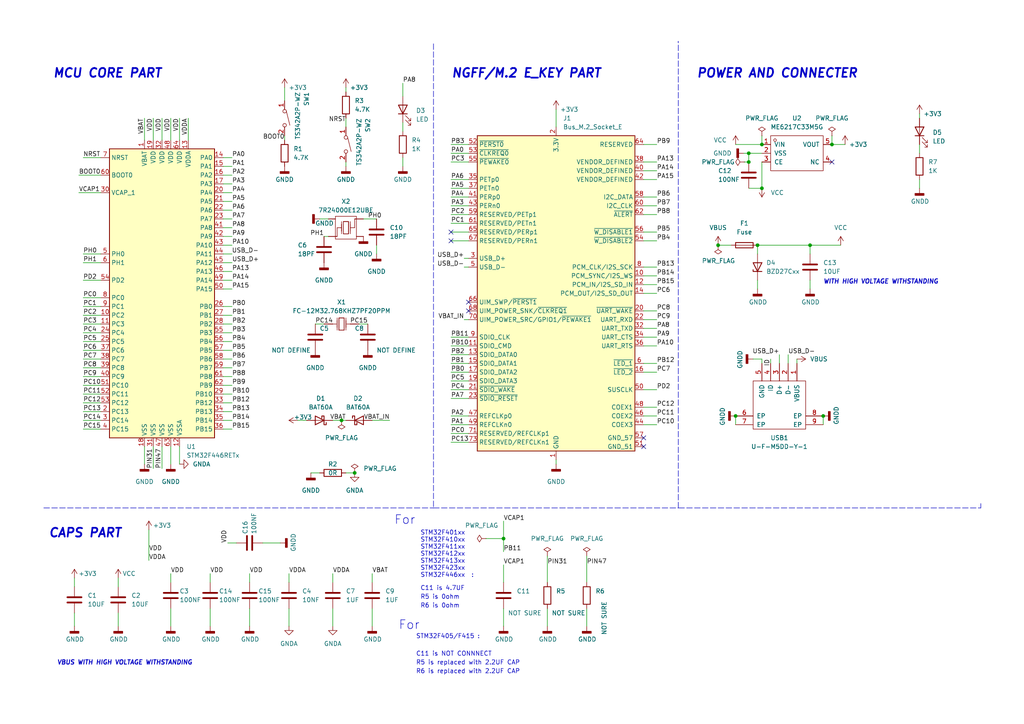
<source format=kicad_sch>
(kicad_sch (version 20211123) (generator eeschema)
  (paper "A4")
  (title_block (title "STM32_M.2_E_KEY_LQFP-64_USB") (date "2022-01-25") (rev "1.0") (company "JSZSZZY"))
  (junction (at 217.17 44.45))
  (junction (at 219.71 71.12))
  (junction (at 208.28 71.12))
  (junction (at 146.05 156.21))
  (junction (at 220.98 41.91))
  (junction (at 234.95 71.12))
  (junction (at 213.36 120.65))
  (junction (at 217.17 46.99))
  (junction (at 220.98 54.61))
  (junction (at 241.3 41.91))
  (junction (at 238.76 120.65))
  (junction (at 102.87 137.16))
  (junction (at 99.06 121.92))
  (no_connect (at 154.94 -30.48))
  (no_connect (at 135.89 87.63))
  (no_connect (at 186.69 127))
  (no_connect (at 186.69 129.54))
  (no_connect (at 135.89 90.17))
  (no_connect (at 130.81 67.31))
  (no_connect (at 241.3 46.99))
  (no_connect (at 130.81 69.85))
  (wire (pts (xy 96.52 121.92) (xy 99.06 121.92)))
  (wire (pts (xy 22.86 55.88) (xy 29.21 55.88)))
  (wire (pts (xy 21.59 167.64) (xy 21.59 170.18)))
  (wire (pts (xy 190.5 46.99) (xy 186.69 46.99)))
  (wire (pts (xy 46.99 34.29) (xy 46.99 40.64)))
  (wire (pts (xy 44.45 34.29) (xy 44.45 40.64)))
  (wire (pts (xy 67.31 63.5) (xy 64.77 63.5)))
  (wire (pts (xy 130.81 105.41) (xy 135.89 105.41)))
  (wire (pts (xy 67.31 106.68) (xy 64.77 106.68)))
  (wire (pts (xy 67.31 50.8) (xy 64.77 50.8)))
  (wire (pts (xy 266.7 33.02) (xy 266.7 34.29)))
  (wire (pts (xy 83.82 181.61) (xy 83.82 176.53)))
  (wire (pts (xy 67.31 68.58) (xy 64.77 68.58)))
  (wire (pts (xy 130.81 69.85) (xy 135.89 69.85)))
  (wire (pts (xy 67.31 58.42) (xy 64.77 58.42)))
  (wire (pts (xy 24.13 88.9) (xy 29.21 88.9)))
  (wire (pts (xy 100.33 48.26) (xy 100.33 46.99)))
  (wire (pts (xy 106.68 93.98) (xy 104.14 93.98)))
  (wire (pts (xy 158.75 161.29) (xy 158.75 168.91)))
  (wire (pts (xy 24.13 99.06) (xy 29.21 99.06)))
  (wire (pts (xy 96.52 181.61) (xy 96.52 176.53)))
  (wire (pts (xy 146.05 151.13) (xy 146.05 156.21)))
  (wire (pts (xy 24.13 124.46) (xy 29.21 124.46)))
  (wire (pts (xy 219.71 73.66) (xy 219.71 71.12)))
  (wire (pts (xy 208.28 71.12) (xy 212.09 71.12)))
  (wire (pts (xy 44.45 135.89) (xy 44.45 129.54)))
  (wire (pts (xy 219.71 71.12) (xy 234.95 71.12)))
  (wire (pts (xy 66.04 157.48) (xy 68.58 157.48)))
  (wire (pts (xy 116.84 48.26) (xy 116.84 45.72)))
  (wire (pts (xy 130.81 41.91) (xy 135.89 41.91)))
  (wire (pts (xy 93.98 68.58) (xy 95.25 68.58)))
  (wire (pts (xy 220.98 39.37) (xy 220.98 41.91)))
  (wire (pts (xy 67.31 48.26) (xy 64.77 48.26)))
  (wire (pts (xy 24.13 73.66) (xy 29.21 73.66)))
  (wire (pts (xy 82.55 25.4) (xy 82.55 29.21)))
  (wire (pts (xy 49.53 129.54) (xy 49.53 134.62)))
  (wire (pts (xy 146.05 156.21) (xy 146.05 160.02)))
  (wire (pts (xy 146.05 163.83) (xy 146.05 168.91)))
  (wire (pts (xy 54.61 34.29) (xy 54.61 40.64)))
  (wire (pts (xy 24.13 101.6) (xy 29.21 101.6)))
  (wire (pts (xy 190.5 92.71) (xy 186.69 92.71)))
  (wire (pts (xy 130.81 67.31) (xy 135.89 67.31)))
  (wire (pts (xy 24.13 121.92) (xy 29.21 121.92)))
  (wire (pts (xy 130.81 123.19) (xy 135.89 123.19)))
  (wire (pts (xy 22.86 50.8) (xy 29.21 50.8)))
  (wire (pts (xy 134.62 77.47) (xy 135.89 77.47)))
  (wire (pts (xy 24.13 93.98) (xy 29.21 93.98)))
  (wire (pts (xy 140.97 156.21) (xy 146.05 156.21)))
  (wire (pts (xy 190.5 120.65) (xy 186.69 120.65)))
  (wire (pts (xy 170.18 181.61) (xy 170.18 176.53)))
  (wire (pts (xy 161.29 134.62) (xy 161.29 133.35)))
  (wire (pts (xy 130.81 120.65) (xy 135.89 120.65)))
  (wire (pts (xy 67.31 101.6) (xy 64.77 101.6)))
  (wire (pts (xy 130.81 97.79) (xy 135.89 97.79)))
  (wire (pts (xy 21.59 181.61) (xy 21.59 177.8)))
  (wire (pts (xy 107.95 166.37) (xy 107.95 168.91)))
  (wire (pts (xy 130.81 59.69) (xy 135.89 59.69)))
  (wire (pts (xy 49.53 166.37) (xy 49.53 168.91)))
  (wire (pts (xy 158.75 181.61) (xy 158.75 176.53)))
  (wire (pts (xy 67.31 99.06) (xy 64.77 99.06)))
  (wire (pts (xy 217.17 44.45) (xy 220.98 44.45)))
  (wire (pts (xy 130.81 52.07) (xy 135.89 52.07)))
  (wire (pts (xy 190.5 59.69) (xy 186.69 59.69)))
  (wire (pts (xy 130.81 115.57) (xy 135.89 115.57)))
  (wire (pts (xy 190.5 113.03) (xy 186.69 113.03)))
  (wire (pts (xy 217.17 44.45) (xy 217.17 46.99)))
  (wire (pts (xy 130.81 107.95) (xy 135.89 107.95)))
  (wire (pts (xy 90.17 137.16) (xy 92.71 137.16)))
  (wire (pts (xy 67.31 124.46) (xy 64.77 124.46)))
  (wire (pts (xy 96.52 166.37) (xy 96.52 168.91)))
  (wire (pts (xy 107.95 181.61) (xy 107.95 176.53)))
  (wire (pts (xy 130.81 113.03) (xy 135.89 113.03)))
  (wire (pts (xy 190.5 77.47) (xy 186.69 77.47)))
  (wire (pts (xy 190.5 49.53) (xy 186.69 49.53)))
  (wire (pts (xy 190.5 52.07) (xy 186.69 52.07)))
  (wire (pts (xy 190.5 85.09) (xy 186.69 85.09)))
  (wire (pts (xy 134.62 74.93) (xy 135.89 74.93)))
  (wire (pts (xy 67.31 121.92) (xy 64.77 121.92)))
  (wire (pts (xy 24.13 109.22) (xy 29.21 109.22)))
  (wire (pts (xy 67.31 104.14) (xy 64.77 104.14)))
  (wire (pts (xy 213.36 120.65) (xy 213.36 123.19)))
  (wire (pts (xy 67.31 109.22) (xy 64.77 109.22)))
  (wire (pts (xy 24.13 81.28) (xy 29.21 81.28)))
  (polyline (pts (xy 196.85 147.32) (xy 284.48 147.32)))
  (wire (pts (xy 24.13 45.72) (xy 29.21 45.72)))
  (wire (pts (xy 83.82 166.37) (xy 83.82 168.91)))
  (polyline (pts (xy 12.7 147.32) (xy 125.73 147.32)))
  (wire (pts (xy 130.81 64.77) (xy 135.89 64.77)))
  (wire (pts (xy 67.31 83.82) (xy 64.77 83.82)))
  (wire (pts (xy 215.7491 44.45) (xy 217.17 44.45)))
  (wire (pts (xy 241.3 39.37) (xy 241.3 41.91)))
  (wire (pts (xy 266.7 44.45) (xy 266.7 41.91)))
  (wire (pts (xy 220.98 46.99) (xy 220.98 54.61)))
  (wire (pts (xy 67.31 88.9) (xy 64.77 88.9)))
  (wire (pts (xy 67.31 116.84) (xy 64.77 116.84)))
  (wire (pts (xy 130.81 110.49) (xy 135.89 110.49)))
  (wire (pts (xy 190.5 69.85) (xy 186.69 69.85)))
  (wire (pts (xy 116.84 38.1) (xy 116.84 35.56)))
  (wire (pts (xy 130.81 46.99) (xy 135.89 46.99)))
  (wire (pts (xy 223.52 104.14) (xy 223.52 105.41)))
  (wire (pts (xy 102.87 137.16) (xy 100.33 137.16)))
  (wire (pts (xy 134.62 92.71) (xy 135.89 92.71)))
  (wire (pts (xy 82.55 40.64) (xy 82.55 39.37)))
  (wire (pts (xy 219.71 81.28) (xy 219.71 83.82)))
  (wire (pts (xy 161.29 31.75) (xy 161.29 36.83)))
  (wire (pts (xy 231.14 104.14) (xy 231.14 105.41)))
  (polyline (pts (xy 125.73 147.32) (xy 196.7288 147.32)))
  (wire (pts (xy 24.13 116.84) (xy 29.21 116.84)))
  (wire (pts (xy 190.5 62.23) (xy 186.69 62.23)))
  (wire (pts (xy 67.31 78.74) (xy 64.77 78.74)))
  (wire (pts (xy 72.39 181.61) (xy 72.39 176.53)))
  (wire (pts (xy 67.31 81.28) (xy 64.77 81.28)))
  (wire (pts (xy 100.33 36.83) (xy 100.33 34.29)))
  (wire (pts (xy 245.11 41.91) (xy 241.3 41.91)))
  (wire (pts (xy 220.98 104.14) (xy 218.44 104.14)))
  (wire (pts (xy 130.81 125.73) (xy 135.89 125.73)))
  (wire (pts (xy 24.13 76.2) (xy 29.21 76.2)))
  (wire (pts (xy 34.29 181.61) (xy 34.29 177.8)))
  (wire (pts (xy 130.81 62.23) (xy 135.89 62.23)))
  (wire (pts (xy 228.6 102.87) (xy 228.6 105.41)))
  (wire (pts (xy 24.13 106.68) (xy 29.21 106.68)))
  (polyline (pts (xy 125.73 12.7) (xy 125.73 147.32)))
  (wire (pts (xy 67.31 91.44) (xy 64.77 91.44)))
  (wire (pts (xy 109.22 63.5) (xy 105.41 63.5)))
  (wire (pts (xy 130.81 128.27) (xy 135.89 128.27)))
  (wire (pts (xy 24.13 119.38) (xy 29.21 119.38)))
  (wire (pts (xy 234.95 83.82) (xy 234.95 81.28)))
  (wire (pts (xy 67.31 60.96) (xy 64.77 60.96)))
  (polyline (pts (xy 284.48 146.05) (xy 284.48 147.32)))
  (wire (pts (xy 226.06 102.87) (xy 226.06 105.41)))
  (wire (pts (xy 92.71 63.5) (xy 95.25 63.5)))
  (wire (pts (xy 24.13 114.3) (xy 29.21 114.3)))
  (wire (pts (xy 190.5 82.55) (xy 186.69 82.55)))
  (wire (pts (xy 24.13 91.44) (xy 29.21 91.44)))
  (wire (pts (xy 67.31 93.98) (xy 64.77 93.98)))
  (wire (pts (xy 24.13 86.36) (xy 29.21 86.36)))
  (wire (pts (xy 190.5 100.33) (xy 186.69 100.33)))
  (wire (pts (xy 60.96 166.37) (xy 60.96 168.91)))
  (wire (pts (xy 220.98 105.41) (xy 220.98 104.14)))
  (wire (pts (xy 99.06 121.92) (xy 100.33 121.92)))
  (wire (pts (xy 52.07 134.62) (xy 52.07 129.54)))
  (wire (pts (xy 72.39 166.37) (xy 72.39 168.91)))
  (wire (pts (xy 67.31 45.72) (xy 64.77 45.72)))
  (wire (pts (xy 81.28 157.48) (xy 76.2 157.48)))
  (wire (pts (xy 24.13 111.76) (xy 29.21 111.76)))
  (wire (pts (xy 24.13 104.14) (xy 29.21 104.14)))
  (wire (pts (xy 130.81 54.61) (xy 135.89 54.61)))
  (wire (pts (xy 243.84 71.12) (xy 234.95 71.12)))
  (wire (pts (xy 190.5 107.95) (xy 186.69 107.95)))
  (wire (pts (xy 49.53 181.61) (xy 49.53 176.53)))
  (wire (pts (xy 67.31 96.52) (xy 64.77 96.52)))
  (wire (pts (xy 130.81 57.15) (xy 135.89 57.15)))
  (wire (pts (xy 67.31 114.3) (xy 64.77 114.3)))
  (wire (pts (xy 190.5 80.01) (xy 186.69 80.01)))
  (wire (pts (xy 86.36 121.92) (xy 88.9 121.92)))
  (wire (pts (xy 190.5 90.17) (xy 186.69 90.17)))
  (wire (pts (xy 190.5 123.19) (xy 186.69 123.19)))
  (wire (pts (xy 46.99 135.89) (xy 46.99 129.54)))
  (wire (pts (xy 190.5 105.41) (xy 186.69 105.41)))
  (wire (pts (xy 190.5 57.15) (xy 186.69 57.15)))
  (wire (pts (xy 67.31 55.88) (xy 64.77 55.88)))
  (wire (pts (xy 190.5 95.25) (xy 186.69 95.25)))
  (wire (pts (xy 91.44 93.98) (xy 93.98 93.98)))
  (wire (pts (xy 190.5 97.79) (xy 186.69 97.79)))
  (wire (pts (xy 100.33 26.67) (xy 100.33 25.4)))
  (wire (pts (xy 146.05 181.61) (xy 146.05 176.53)))
  (wire (pts (xy 234.95 71.12) (xy 234.95 73.66)))
  (wire (pts (xy 24.13 96.52) (xy 29.21 96.52)))
  (wire (pts (xy 67.31 53.34) (xy 64.77 53.34)))
  (wire (pts (xy 109.22 73.66) (xy 109.22 71.12)))
  (wire (pts (xy 113.03 121.92) (xy 107.95 121.92)))
  (wire (pts (xy 190.5 41.91) (xy 186.69 41.91)))
  (wire (pts (xy 43.18 153.67) (xy 43.18 162.56)))
  (wire (pts (xy 60.96 181.61) (xy 60.96 176.53)))
  (wire (pts (xy 41.91 134.62) (xy 41.91 129.54)))
  (wire (pts (xy 67.31 66.04) (xy 64.77 66.04)))
  (wire (pts (xy 49.53 34.29) (xy 49.53 40.64)))
  (wire (pts (xy 220.98 54.61) (xy 217.17 54.61)))
  (wire (pts (xy 41.91 34.29) (xy 41.91 40.64)))
  (wire (pts (xy 67.31 119.38) (xy 64.77 119.38)))
  (wire (pts (xy 190.5 67.31) (xy 186.69 67.31)))
  (wire (pts (xy 67.31 73.66) (xy 64.77 73.66)))
  (wire (pts (xy 170.18 161.29) (xy 170.18 168.91)))
  (wire (pts (xy 67.31 71.12) (xy 64.77 71.12)))
  (wire (pts (xy 130.81 44.45) (xy 135.89 44.45)))
  (polyline (pts (xy 196.7288 147.32) (xy 196.7288 11.973)))
  (wire (pts (xy 190.5 118.11) (xy 186.69 118.11)))
  (wire (pts (xy 266.7 54.61) (xy 266.7 52.07)))
  (wire (pts (xy 67.31 111.76) (xy 64.77 111.76)))
  (wire (pts (xy 213.36 41.91) (xy 220.98 41.91)))
  (wire (pts (xy 67.31 76.2) (xy 64.77 76.2)))
  (wire (pts (xy 130.81 100.33) (xy 135.89 100.33)))
  (wire (pts (xy 130.81 102.87) (xy 135.89 102.87)))
  (polyline (pts (xy 196.6682 12.2153) (xy 196.7288 11.973)))
  (wire (pts (xy 215.9 46.99) (xy 217.17 46.99)))
  (wire (pts (xy 116.84 24.13) (xy 116.84 27.94)))
  (wire (pts (xy 34.29 167.64) (xy 34.29 170.18)))
  (wire (pts (xy 238.76 120.65) (xy 238.76 123.19)))
  (wire (pts (xy 52.07 34.29) (xy 52.07 40.64)))
  (text "CAPS PART" (at 13.97 156.21 0) (effects (font (size 2.54 2.54) bold italic) (justify left bottom)))
  (text "NGFF/M.2 E_KEY PART" (at 130.81 22.86 0) (effects (font (size 2.54 2.54) bold italic) (justify left bottom)))
  (text "C11 is 4.7UF" (at 121.92 171.45 0) (effects (font (size 1.27 1.27)) (justify left bottom)))
  (text "STM32F405/F415 :" (at 120.65 185.42 0) (effects (font (size 1.27 1.27)) (justify left bottom)))
  (text "WITH HIGH VOLTAGE WITHSTANDING" (at 238.76 82.55 0) (effects (font (size 1.27 1.27) (thickness 0.254) bold italic) (justify left bottom)))
  (text "R6 is 0ohm" (at 121.92 176.53 0) (effects (font (size 1.27 1.27)) (justify left bottom)))
  (text "R6 is replaced with 2.2UF CAP" (at 120.65 195.58 0) (effects (font (size 1.27 1.27)) (justify left bottom)))
  (text "POWER AND CONNECTER" (at 201.93 22.86 0) (effects (font (size 2.54 2.54) bold italic) (justify left bottom)))
  (text "For" (at 115.57 182.88 0) (effects (font (size 2.54 2.54)) (justify left bottom)))
  (text "STM32F401xx\nSTM32F410xx\nSTM32F411xx\nSTM32F412xx\nSTM32F413xx\nSTM32F423xx\nSTM32F446xx  :\n" (at 121.92 167.64 0) (effects (font (size 1.27 1.27)) (justify left bottom)))
  (text "MCU CORE PART\n" (at 15.24 22.86 0) (effects (font (size 2.54 2.54) bold italic) (justify left bottom)))
  (text "For" (at 114.3 152.4 0) (effects (font (size 2.54 2.54)) (justify left bottom)))
  (text "R5 is replaced with 2.2UF CAP" (at 120.65 193.04 0) (effects (font (size 1.27 1.27)) (justify left bottom)))
  (text "C11 is NOT CONNNECT" (at 120.65 190.5 0) (effects (font (size 1.27 1.27)) (justify left bottom)))
  (text "VBUS WITH HIGH VOLTAGE WITHSTANDING" (at 16.51 193.04 0) (effects (font (size 1.27 1.27) (thickness 0.254) bold italic) (justify left bottom)))
  (text "R5 is 0ohm" (at 121.92 173.99 0) (effects (font (size 1.27 1.27)) (justify left bottom)))
  (label "PB10" (at 67.31 114.3 0))
  (label "PA6" (at 130.81 52.07 0))
  (label "PC5" (at 130.81 110.49 0))
  (label "PC4" (at 24.13 96.52 0))
  (label "VCAP1" (at 146.05 151.2435 0))
  (label "PC8" (at 24.13 106.68 0))
  (label "PD2" (at 190.5 113.03 0))
  (label "PB5" (at 67.31 101.6 0))
  (label "PB1" (at 130.81 105.41 0))
  (label "PC7" (at 190.5 107.95 0))
  (label "BOOT0" (at 82.55 40.64 180))
  (label "PC10" (at 190.5 123.19 0))
  (label "PB8" (at 67.31 109.22 0))
  (label "PC3" (at 24.13 93.98 0))
  (label "PC11" (at 190.5 120.65 0))
  (label "PIN47" (at 46.99 135.89 90))
  (label "PH0" (at 24.13 73.66 0))
  (label "PC12" (at 190.5 118.11 0))
  (label "ID" (at 223.52 104.14 270))
  (label "PC14" (at 91.44 93.98 0))
  (label "VDD" (at 52.07 34.29 270))
  (label "PC2" (at 130.81 62.23 0))
  (label "VDDA" (at 83.82 166.37 0))
  (label "PC9" (at 190.5 92.71 0))
  (label "VDD" (at 49.53 166.37 0))
  (label "VDD" (at 72.39 166.37 0))
  (label "PA5" (at 130.81 54.61 0))
  (label "PB7" (at 190.5 59.69 0))
  (label "PC10" (at 24.13 111.76 0))
  (label "PB0" (at 67.31 88.9 0))
  (label "PA0" (at 67.31 45.72 0))
  (label "NRST" (at 24.13 45.72 0))
  (label "PC3" (at 130.81 46.99 0))
  (label "PC15" (at 106.68 93.98 180))
  (label "PA13" (at 67.31 78.74 0))
  (label "PC9" (at 24.13 109.22 0))
  (label "PA15" (at 190.5 52.07 0))
  (label "PB6" (at 190.5 57.15 0))
  (label "PB7" (at 67.31 106.68 0))
  (label "PC5" (at 24.13 99.06 0))
  (label "PB15" (at 190.5 82.55 0))
  (label "PC7" (at 24.13 104.14 0))
  (label "PA7" (at 67.31 63.5 0))
  (label "PC1" (at 24.13 88.9 0))
  (label "PC8" (at 190.5 90.17 0))
  (label "PB9" (at 190.5 41.91 0))
  (label "VDD" (at 46.99 34.29 270))
  (label "PB13" (at 190.5 77.47 0))
  (label "PB2" (at 130.81 102.87 0))
  (label "PIN31" (at 158.75 163.83 0))
  (label "PH1" (at 93.98 68.58 180))
  (label "PA4" (at 130.81 57.15 0))
  (label "PC6" (at 24.13 101.6 0))
  (label "PC13" (at 130.81 128.27 0))
  (label "PA7" (at 130.81 115.57 0))
  (label "PC2" (at 24.13 91.44 0))
  (label "PB3" (at 67.31 96.52 0))
  (label "PB11" (at 146.05 160.02 0))
  (label "PA2" (at 130.81 120.65 0))
  (label "PH0" (at 106.68 63.5 0))
  (label "PA0" (at 130.81 44.45 0))
  (label "PB10" (at 130.81 100.33 0))
  (label "PA9" (at 67.31 68.58 0))
  (label "PH1" (at 24.13 76.2 0))
  (label "PD2" (at 24.13 81.28 0))
  (label "PIN31" (at 44.45 135.89 90))
  (label "PC1" (at 130.81 64.77 0))
  (label "USB_D-" (at 134.62 77.47 180))
  (label "PA3" (at 130.81 59.69 0))
  (label "VBAT_IN" (at 113.03 121.92 180))
  (label "USB_D-" (at 228.6 102.87 0))
  (label "USB_D+" (at 226.06 102.87 180))
  (label "VDD" (at 66.04 157.48 90))
  (label "PB8" (at 190.5 62.23 0))
  (label "PA5" (at 67.31 58.42 0))
  (label "VDD" (at 44.45 34.29 270))
  (label "USB_D+" (at 134.62 74.93 180))
  (label "PA14" (at 190.5 49.53 0))
  (label "PB12" (at 67.31 116.84 0))
  (label "PC11" (at 24.13 114.3 0))
  (label "VDDA" (at 96.52 166.37 0))
  (label "PB6" (at 67.31 104.14 0))
  (label "PA1" (at 130.81 123.19 0))
  (label "PB14" (at 190.5 80.01 0))
  (label "PC4" (at 130.81 113.03 0))
  (label "VDD" (at 43.18 160.02 0))
  (label "PB9" (at 67.31 111.76 0))
  (label "PIN47" (at 170.18 163.83 0))
  (label "VDDA" (at 43.18 162.56 0))
  (label "PB11" (at 130.81 97.79 0))
  (label "PC6" (at 190.5 85.09 0))
  (label "PB13" (at 67.31 119.38 0))
  (label "PA1" (at 67.31 48.26 0))
  (label "PA2" (at 67.31 50.8 0))
  (label "PB12" (at 190.5 105.41 0))
  (label "PA10" (at 190.5 100.33 0))
  (label "VCAP1" (at 22.86 55.88 0))
  (label "VDD" (at 49.53 34.29 270))
  (label "PC0" (at 130.81 125.73 0))
  (label "PB1" (at 67.31 91.44 0))
  (label "PB5" (at 190.5 67.31 0))
  (label "PC0" (at 24.13 86.36 0))
  (label "PB3" (at 130.81 41.91 0))
  (label "PA15" (at 67.31 83.82 0))
  (label "PC14" (at 24.13 121.92 0))
  (label "PA3" (at 67.31 53.34 0))
  (label "NRST" (at 100.33 35.56 180))
  (label "PB0" (at 130.81 107.95 0))
  (label "VDD" (at 60.96 166.37 0))
  (label "VBAT" (at 100.33 121.92 180))
  (label "BOOT0" (at 22.86 50.8 0))
  (label "PB15" (at 67.31 124.46 0))
  (label "PC15" (at 24.13 124.46 0))
  (label "USB_D-" (at 67.2345 73.66 0))
  (label "PA8" (at 67.31 66.04 0))
  (label "PB2" (at 67.31 93.98 0))
  (label "PC12" (at 24.13 116.84 0))
  (label "PB4" (at 67.31 99.06 0))
  (label "VCAP1" (at 146.05 163.83 0))
  (label "VBAT" (at 107.95 166.37 0))
  (label "PA13" (at 190.5 46.99 0))
  (label "VBAT_IN" (at 134.62 92.71 180))
  (label "USB_D+" (at 67.31 76.2 0))
  (label "PA10" (at 67.31 71.12 0))
  (label "PC13" (at 24.13 119.38 0))
  (label "VDDA" (at 54.61 34.29 270))
  (label "PB4" (at 190.5 69.85 0))
  (label "VBAT" (at 41.91 34.29 270))
  (label "PA14" (at 67.31 81.28 0))
  (label "PA4" (at 67.31 55.88 0))
  (label "PA8" (at 190.5 95.25 0))
  (label "PA6" (at 67.31 60.96 0))
  (label "PA8" (at 116.84 24.13 0))
  (label "PB14" (at 67.31 121.92 0))
  (label "PA9" (at 190.5 97.79 0))
  (symbol (lib_id "Device:C") (at 107.95 172.72 0) (unit 1)
    (property "Reference" "C9" (at 111.76 171.4499 0) (effects (justify left)))
    (property "Value" "1UF" (at 111.76 173.9899 0) (effects (justify left)))
    (property "Footprint" "Capacitor_SMD:C_0402_1005Metric" (effects hide))
  )
  (symbol (lib_id "power:GNDD") (at 213.36 120.65 270) (unit 1)
    (property "Reference" "#PWR034" (effects hide))
    (property "Value" "GNDD" (at 209.55 118.11 0) (effects (justify left)))
  )
  (symbol (lib_id "power:GNDD") (at 21.59 181.61 0) (unit 1)
    (property "Reference" "#PWR02" (effects hide))
    (property "Value" "GNDD" (at 19.05 185.42 0) (effects (justify left)))
  )
  (symbol (lib_id "power:GNDD") (at 161.29 134.62 0) (unit 1)
    (property "Reference" "#PWR030" (effects hide))
    (property "Value" "GNDD" (at 161.29 139.7 0))
  )
  (symbol (lib_id "kicad_lceda:TS342A2P-WZ") (at 82.55 34.29 270) (unit 1)
    (property "Reference" "SW1" (at 88.9 26.67 0) (effects (justify left)))
    (property "Value" "TS342A2P-WZ" (at 86.36 26.67 0) (effects (justify left)))
    (property "Footprint" "kicad_lceda:SW-SMD_L4.0-W2.9-LS5.0" (effects hide))
    (property "Datasheet" "https://atta.szlcsc.com/upload/public/pdf/source/20200519/C557591_B3A5A21584733303F06306F18577DA8B.pdf" (effects hide))
    (property "SuppliersPartNumber" "C557591" (effects hide))
    (property "uuid" "pro:905b2f378e6847aaa3e26a5b3c85860a" (effects hide))
  )
  (symbol (lib_id "power:GNDD") (at 49.53 181.61 0) (unit 1)
    (property "Reference" "#PWR08" (effects hide))
    (property "Value" "GNDD" (at 46.99 185.42 0) (effects (justify left)))
  )
  (symbol (lib_id "Device:C") (at 93.98 72.39 0) (unit 1)
    (property "Reference" "C6" (at 86.36 71.12 0) (effects (justify left)))
    (property "Value" "18PF" (at 86.36 73.66 0) (effects (justify left)))
    (property "Footprint" "Capacitor_SMD:C_0402_1005Metric" (effects hide))
  )
  (symbol (lib_id "power:PWR_FLAG") (at 208.28 71.12 180) (unit 1)
    (property "Reference" "#FLG06" (effects hide))
    (property "Value" "PWR_FLAG" (at 203.5548 75.6523 0) (effects (justify right)))
  )
  (symbol (lib_id "Device:C") (at 72.39 172.72 0) (unit 1)
    (property "Reference" "C15" (at 74.93 171.45 0) (effects (justify left)))
    (property "Value" "100NF" (at 74.93 173.99 0) (effects (justify left)))
    (property "Footprint" "Capacitor_SMD:C_0402_1005Metric" (effects hide))
  )
  (symbol (lib_id "power:VBUS") (at 231.14 104.14 270) (unit 1)
    (property "Reference" "#PWR039" (effects hide))
    (property "Value" "VBUS" (at 234.95 104.1399 90) (effects (justify left)))
  )
  (symbol (lib_id "power:VCC") (at 243.84 71.12 0) (unit 1)
    (property "Reference" "#PWR042" (effects hide))
    (property "Value" "VCC" (at 243.84 66.04 0))
  )
  (symbol (lib_id "power:GNDD") (at 105.41 68.58 0) (unit 1)
    (property "Reference" "#PWR022" (effects hide))
    (property "Value" "GNDD" (at 105.41 73.66 0))
  )
  (symbol (lib_id "power:+3.3V") (at 161.29 31.75 0) (unit 1)
    (property "Reference" "#PWR029" (effects hide))
    (property "Value" "+3.3V" (at 165.1 31.75 0))
  )
  (symbol (lib_id "power:GNDD") (at 100.33 48.26 0) (unit 1)
    (property "Reference" "#PWR020" (effects hide))
    (property "Value" "GNDD" (at 100.33 52.07 0))
  )
  (symbol (lib_id "Device:C") (at 109.22 67.31 0) (unit 1)
    (property "Reference" "C10" (at 113.03 66.0399 0) (effects (justify left)))
    (property "Value" "18PF" (at 113.03 68.5799 0) (effects (justify left)))
    (property "Footprint" "Capacitor_SMD:C_0402_1005Metric" (effects hide))
  )
  (symbol (lib_id "power:GNDA") (at 96.52 181.61 0) (unit 1)
    (property "Reference" "#PWR0102" (effects hide))
    (property "Value" "GNDA" (at 96.52 186.69 0))
  )
  (symbol (lib_id "power:GNDA") (at 102.87 137.16 0) (unit 1)
    (property "Reference" "#PWR021" (effects hide))
    (property "Value" "GNDA" (at 102.87 142.24 0))
  )
  (symbol (lib_id "power:PWR_FLAG") (at 102.87 137.16 0) (unit 1)
    (property "Reference" "#FLG02" (effects hide))
    (property "Value" "PWR_FLAG" (at 105.41 135.8899 0) (effects (justify left)))
  )
  (symbol (lib_id "power:GNDD") (at 107.95 181.61 0) (unit 1)
    (property "Reference" "#PWR024" (effects hide))
    (property "Value" "GNDD" (at 105.41 185.42 0) (effects (justify left)))
  )
  (symbol (lib_id "power:GNDD") (at 146.05 181.61 0) (unit 1)
    (property "Reference" "#PWR027" (effects hide))
    (property "Value" "GNDD" (at 143.51 185.42 0) (effects (justify left)))
  )
  (symbol (lib_id "power:GNDD") (at 34.29 181.61 0) (unit 1)
    (property "Reference" "#PWR04" (effects hide))
    (property "Value" "GNDD" (at 31.75 185.42 0) (effects (justify left)))
  )
  (symbol (lib_id "power:+3.3V") (at 82.55 25.4 0) (unit 1)
    (property "Reference" "#PWR010" (effects hide))
    (property "Value" "+3.3V" (at 86.36 25.4 0))
  )
  (symbol (lib_id "Device:R") (at 96.52 137.16 270) (unit 1)
    (property "Reference" "R2" (at 96.52 134.62 90))
    (property "Value" "0R" (at 96.52 137.16 90))
    (property "Footprint" "Resistor_SMD:R_0603_1608Metric" (effects hide))
  )
  (symbol (lib_id "Device:C") (at 146.05 172.72 0) (unit 1)
    (property "Reference" "C11" (at 149.86 171.4499 0) (effects (justify left)))
    (property "Value" "NOT SURE" (at 147.32 177.8 0) (effects (justify left)))
    (property "Footprint" "Capacitor_SMD:C_0402_1005Metric" (effects hide))
  )
  (symbol (lib_id "power:+3.3V") (at 43.18 153.67 0) (unit 1)
    (property "Reference" "#PWR06" (effects hide))
    (property "Value" "+3.3V" (at 46.99 152.4 0))
  )
  (symbol (lib_id "Device:C") (at 83.82 172.72 0) (unit 1)
    (property "Reference" "C4" (at 87.63 171.4499 0) (effects (justify left)))
    (property "Value" "10NF" (at 87.63 173.9899 0) (effects (justify left)))
    (property "Footprint" "Capacitor_SMD:C_0402_1005Metric" (effects hide))
  )
  (symbol (lib_id "power:GNDA") (at 83.82 181.61 0) (unit 1)
    (property "Reference" "#PWR0101" (effects hide))
    (property "Value" "GNDA" (at 83.82 186.69 0))
  )
  (symbol (lib_id "Device:C") (at 34.29 173.99 0) (unit 1)
    (property "Reference" "C2" (at 38.1 172.7199 0) (effects (justify left)))
    (property "Value" "10UF" (at 38.1 175.2599 0) (effects (justify left)))
    (property "Footprint" "Capacitor_SMD:C_0603_1608Metric" (effects hide))
  )
  (symbol (lib_id "power:GNDD") (at 106.68 101.6 0) (unit 1)
    (property "Reference" "#PWR023" (effects hide))
    (property "Value" "GNDD" (at 106.68 106.68 0))
  )
  (symbol (lib_id "Device:LED") (at 266.7 38.1 90) (unit 1)
    (property "Reference" "D5" (at 270.51 38.4174 90) (effects (justify right)))
    (property "Value" "LED" (at 270.51 40.9574 90) (effects (justify right)))
    (property "Footprint" "LED_SMD:LED_0603_1608Metric" (effects hide))
  )
  (symbol (lib_id "power:+3.3V") (at 21.59 167.64 0) (unit 1)
    (property "Reference" "#PWR01" (effects hide))
    (property "Value" "+3.3V" (at 25.4 166.37 0))
  )
  (symbol (lib_id "power:GNDD") (at 116.84 48.26 0) (unit 1)
    (property "Reference" "#PWR026" (effects hide))
    (property "Value" "GNDD" (at 116.84 52.07 0))
  )
  (symbol (lib_id "power:GNDD") (at 158.75 181.61 0) (unit 1)
    (property "Reference" "#PWR028" (effects hide))
    (property "Value" "GNDD" (at 156.21 185.42 0) (effects (justify left)))
  )
  (symbol (lib_id "power:GNDD") (at 82.55 48.26 0) (unit 1)
    (property "Reference" "#PWR011" (effects hide))
    (property "Value" "GNDD" (at 82.55 52.07 0))
  )
  (symbol (lib_id "power:VBUS") (at 208.28 71.12 0) (unit 1)
    (property "Reference" "#PWR032" (effects hide))
    (property "Value" "VBUS" (at 208.28 66.04 0))
  )
  (symbol (lib_id "power:GNDD") (at 109.22 73.66 0) (unit 1)
    (property "Reference" "#PWR025" (effects hide))
    (property "Value" "GNDD" (at 109.22 78.74 0))
  )
  (symbol (lib_id "power:GNDD") (at 238.76 120.65 90) (unit 1)
    (property "Reference" "#PWR041" (effects hide))
    (property "Value" "GNDD" (at 242.57 123.19 0) (effects (justify left)))
  )
  (symbol (lib_id "power:PWR_FLAG") (at 158.75 161.29 0) (unit 1)
    (property "Reference" "#FLG04" (effects hide))
    (property "Value" "PWR_FLAG" (at 158.75 156.21 0))
  )
  (symbol (lib_id "power:GNDD") (at 91.44 101.6 0) (unit 1)
    (property "Reference" "#PWR015" (effects hide))
    (property "Value" "GNDD" (at 91.44 106.68 0))
  )
  (symbol (lib_id "power:GNDD") (at 170.18 181.61 0) (unit 1)
    (property "Reference" "#PWR031" (effects hide))
    (property "Value" "GNDD" (at 167.64 185.42 0) (effects (justify left)))
  )
  (symbol (lib_id "Device:C") (at 60.96 172.72 0) (unit 1)
    (property "Reference" "C14" (at 63.5 171.45 0) (effects (justify left)))
    (property "Value" "100NF" (at 63.5 173.99 0) (effects (justify left)))
    (property "Footprint" "Capacitor_SMD:C_0402_1005Metric" (effects hide))
  )
  (symbol (lib_id "power:GNDD") (at 93.98 76.2 0) (unit 1)
    (property "Reference" "#PWR017" (effects hide))
    (property "Value" "GNDD" (at 93.98 81.28 0))
  )
  (symbol (lib_id "kicad_lceda:FC-12M32.768KHZ7PF20PPM") (at 99.06 93.98 0) (unit 1)
    (property "Reference" "X1" (at 99.06 87.63 0))
    (property "Value" "FC-12M32.768KHZ7PF20PPM" (at 99.06 90.17 0))
    (property "Footprint" "kicad_lceda:FC-12M_L2.0-W1.2" (effects hide))
    (property "Datasheet" "https://atta.szlcsc.com/upload/public/pdf/source/20201208/C99009_C8E15F958CFE3CE2EDA27C0490B1C4AB.pdf" (effects hide))
    (property "SuppliersPartNumber" "C99009" (effects hide))
    (property "uuid" "pro:654458a507ce4dc88aeb31dd920eb36c" (effects hide))
  )
  (symbol (lib_id "kicad_lceda:7R24000E12UBE") (at 100.33 66.04 0) (unit 1)
    (property "Reference" "X2" (at 100.33 58.42 0))
    (property "Value" "7R24000E12UBE" (at 100.33 60.96 0))
    (property "Footprint" "kicad_lceda:CRYSTAL-SMD_4P-L1.6-W1.2-BL" (effects hide))
    (property "Datasheet" "https://atta.szlcsc.com/upload/public/pdf/source/20190308/C252278_A891A1C4AFC409F97EC606C4E27E6FD7.pdf" (effects hide))
    (property "SuppliersPartNumber" "C252278" (effects hide))
    (property "uuid" "pro:d636a953b5574ed3ab9c2d56000183d0" (effects hide))
  )
  (symbol (lib_id "Device:C") (at 106.68 97.79 0) (unit 1)
    (property "Reference" "C8" (at 102.87 95.25 0) (effects (justify left)))
    (property "Value" "NOT DEFINE" (at 109.22 101.6 0) (effects (justify left)))
    (property "Footprint" "Capacitor_SMD:C_0402_1005Metric" (effects hide))
  )
  (symbol (lib_id "power:GNDD") (at 81.28 157.48 90) (unit 1)
    (property "Reference" "#PWR046" (effects hide))
    (property "Value" "GNDD" (at 85.09 160.02 0) (effects (justify left)))
  )
  (symbol (lib_id "power:VCC") (at 213.36 41.91 0) (unit 1)
    (property "Reference" "#PWR033" (effects hide))
    (property "Value" "VCC" (at 210.82 40.64 0) (effects (justify right)))
  )
  (symbol (lib_id "power:GNDD") (at 41.91 134.62 0) (unit 1)
    (property "Reference" "#PWR05" (effects hide))
    (property "Value" "GNDD" (at 41.91 139.7 0))
  )
  (symbol (lib_id "Device:C") (at 21.59 173.99 0) (unit 1)
    (property "Reference" "C1" (at 25.4 172.7199 0) (effects (justify left)))
    (property "Value" "10UF" (at 25.4 175.2599 0) (effects (justify left)))
    (property "Footprint" "Capacitor_SMD:C_0603_1608Metric" (effects hide))
  )
  (symbol (lib_id "power:+3.3V") (at 100.33 25.4 0) (unit 1)
    (property "Reference" "#PWR019" (effects hide))
    (property "Value" "+3.3V" (at 104.14 25.4 0))
  )
  (symbol (lib_id "power:GNDD") (at 92.71 63.5 270) (unit 1)
    (property "Reference" "#PWR016" (effects hide))
    (property "Value" "GNDD" (at 91.44 64.77 90) (effects (justify left)))
  )
  (symbol (lib_id "Device:R") (at 170.18 172.72 0) (unit 1)
    (property "Reference" "R6" (at 172.72 171.4499 0) (effects (justify left)))
    (property "Value" "NOT SURE" (at 175.26 184.15 90) (effects (justify left)))
    (property "Footprint" "Resistor_SMD:R_0402_1005Metric" (effects hide))
  )
  (symbol (lib_id "Device:C") (at 96.52 172.72 0) (unit 1)
    (property "Reference" "C7" (at 100.33 171.4499 0) (effects (justify left)))
    (property "Value" "1UF" (at 100.33 173.9899 0) (effects (justify left)))
    (property "Footprint" "Capacitor_SMD:C_0402_1005Metric" (effects hide))
  )
  (symbol (lib_id "Device:C") (at 49.53 172.72 0) (unit 1)
    (property "Reference" "C3" (at 52.07 171.45 0) (effects (justify left)))
    (property "Value" "100NF" (at 52.07 173.99 0) (effects (justify left)))
    (property "Footprint" "Capacitor_SMD:C_0402_1005Metric" (effects hide))
  )
  (symbol (lib_id "kicad_lceda:U-F-M5DD-Y-1") (at 224.79 115.57 270) (unit 1)
    (property "Reference" "USB1" (at 226.06 127 90))
    (property "Value" "U-F-M5DD-Y-1" (at 226.06 129.54 90))
    (property "Footprint" "kicad_lceda:MICRO-USB-SMD_U-F-M5DD-Y-1" (effects hide))
    (property "Datasheet" "https://atta.szlcsc.com/upload/public/pdf/source/20190321/C91467_7D0E0328BDB3D0105DB79E7E785438EE.pdf" (effects hide))
    (property "SuppliersPartNumber" "C91467" (effects hide))
    (property "uuid" "pro:3f07f2939d134453a0f3025b5bdbc920" (effects hide))
  )
  (symbol (lib_id "Device:LED") (at 116.84 31.75 90) (unit 1)
    (property "Reference" "D3" (at 120.65 32.0674 90) (effects (justify right)))
    (property "Value" "LED" (at 120.65 34.6074 90) (effects (justify right)))
    (property "Footprint" "LED_SMD:LED_0603_1608Metric" (effects hide))
  )
  (symbol (lib_id "Diode:BAT60A") (at 104.14 121.92 0) (unit 1)
    (property "Reference" "D2" (at 103.8225 115.57 0))
    (property "Value" "BAT60A" (at 103.8225 118.11 0))
    (property "Footprint" "Diode_SMD:D_SOD-323" (effects hide))
    (property "Datasheet" "https://www.infineon.com/dgdl/Infineon-BAT60ASERIES-DS-v01_01-en.pdf?fileId=db3a304313d846880113def70c9304a9" (effects hide))
  )
  (symbol (lib_id "power:PWR_FLAG") (at 215.9 46.99 90) (unit 1)
    (property "Reference" "#FLG07" (effects hide))
    (property "Value" "PWR_FLAG" (at 208.28 46.99 90))
  )
  (symbol (lib_id "power:GNDD") (at 234.95 83.82 0) (unit 1)
    (property "Reference" "#PWR040" (effects hide))
    (property "Value" "GNDD" (at 232.41 87.63 0) (effects (justify left)))
  )
  (symbol (lib_id "Device:R") (at 158.75 172.72 0) (unit 1)
    (property "Reference" "R5" (at 161.29 171.4499 0) (effects (justify left)))
    (property "Value" "NOT SURE" (at 160.02 177.8 0) (effects (justify left)))
    (property "Footprint" "Resistor_SMD:R_0402_1005Metric" (effects hide))
  )
  (symbol (lib_id "power:PWR_FLAG") (at 99.06 121.92 180) (unit 1)
    (property "Reference" "#FLG01" (effects hide))
    (property "Value" "PWR_FLAG" (at 99.06 127 0))
  )
  (symbol (lib_id "Device:C") (at 91.44 97.79 0) (unit 1)
    (property "Reference" "C5" (at 92.71 95.25 0) (effects (justify left)))
    (property "Value" "NOT DEFINE" (at 78.74 101.6 0) (effects (justify left)))
    (property "Footprint" "Capacitor_SMD:C_0402_1005Metric" (effects hide))
  )
  (symbol (lib_id "kicad_lceda:TS342A2P-WZ") (at 100.33 41.91 270) (unit 1)
    (property "Reference" "SW2" (at 106.68 34.29 0) (effects (justify left)))
    (property "Value" "TS342A2P-WZ" (at 104.14 34.29 0) (effects (justify left)))
    (property "Footprint" "kicad_lceda:SW-SMD_L4.0-W2.9-LS5.0" (effects hide))
    (property "Datasheet" "https://atta.szlcsc.com/upload/public/pdf/source/20200519/C557591_B3A5A21584733303F06306F18577DA8B.pdf" (effects hide))
    (property "SuppliersPartNumber" "C557591" (effects hide))
    (property "uuid" "pro:905b2f378e6847aaa3e26a5b3c85860a" (effects hide))
  )
  (symbol (lib_id "power:GNDD") (at 49.53 134.62 0) (unit 1)
    (property "Reference" "#PWR07" (effects hide))
    (property "Value" "GNDD" (at 49.53 139.7 0))
  )
  (symbol (lib_id "Connector:Bus_M.2_Socket_E") (at 161.29 85.09 0) (unit 1)
    (property "Reference" "J1" (at 163.3094 34.29 0) (effects (justify left)))
    (property "Value" "Bus_M.2_Socket_E" (at 163.3094 36.83 0) (effects (justify left)))
    (property "Footprint" "Connector_PCBEdge:NGFF_E" (effects hide))
    (property "Datasheet" "http://read.pudn.com/downloads794/doc/project/3133918/PCIe_M.2_Electromechanical_Spec_Rev1.0_Final_11012013_RS_Clean.pdf#page=150" (effects hide))
  )
  (symbol (lib_id "Diode:BAT60A") (at 92.71 121.92 180) (unit 1)
    (property "Reference" "D1" (at 93.0275 115.57 0))
    (property "Value" "BAT60A" (at 93.0275 118.11 0))
    (property "Footprint" "Diode_SMD:D_SOD-323" (effects hide))
    (property "Datasheet" "https://www.infineon.com/dgdl/Infineon-BAT60ASERIES-DS-v01_01-en.pdf?fileId=db3a304313d846880113def70c9304a9" (effects hide))
  )
  (symbol (lib_id "power:VCC") (at 34.29 167.64 0) (unit 1)
    (property "Reference" "#PWR03" (effects hide))
    (property "Value" "VCC" (at 39.37 166.37 0) (effects (justify right)))
  )
  (symbol (lib_id "Device:R") (at 100.33 30.48 0) (unit 1)
    (property "Reference" "R3" (at 102.87 29.2099 0) (effects (justify left)))
    (property "Value" "4.7K" (at 102.87 31.7499 0) (effects (justify left)))
    (property "Footprint" "Resistor_SMD:R_0603_1608Metric" (effects hide))
  )
  (symbol (lib_id "power:GNDA") (at 52.07 134.62 90) (unit 1)
    (property "Reference" "#PWR09" (effects hide))
    (property "Value" "GNDA" (at 55.88 134.6199 90) (effects (justify right)))
  )
  (symbol (lib_id "Device:R") (at 116.84 41.91 0) (unit 1)
    (property "Reference" "R4" (at 119.38 40.6399 0) (effects (justify left)))
    (property "Value" "1K" (at 119.38 43.1799 0) (effects (justify left)))
    (property "Footprint" "Resistor_SMD:R_0603_1608Metric" (effects hide))
  )
  (symbol (lib_id "Device:R") (at 82.55 44.45 0) (unit 1)
    (property "Reference" "R1" (at 85.09 43.1799 0) (effects (justify left)))
    (property "Value" "4.7K" (at 85.09 45.7199 0) (effects (justify left)))
    (property "Footprint" "Resistor_SMD:R_0603_1608Metric" (effects hide))
  )
  (symbol (lib_id "Device:C") (at 217.17 50.8 0) (unit 1)
    (property "Reference" "C12" (at 208.28 49.53 0) (effects (justify left)))
    (property "Value" "100NF" (at 208.28 52.07 0) (effects (justify left)))
    (property "Footprint" "Capacitor_SMD:C_0402_1005Metric" (effects hide))
  )
  (symbol (lib_id "power:PWR_FLAG") (at 241.3 39.37 0) (unit 1)
    (property "Reference" "#FLG09" (effects hide))
    (property "Value" "PWR_FLAG" (at 241.3 34.29 0))
  )
  (symbol (lib_id "power:GNDD") (at 218.44 104.14 270) (unit 1)
    (property "Reference" "#PWR036" (effects hide))
    (property "Value" "GNDD" (at 214.63 101.6 0) (effects (justify left)))
  )
  (symbol (lib_id "power:+3.3V") (at 86.36 121.92 90) (unit 1)
    (property "Reference" "#PWR013" (effects hide))
    (property "Value" "+3.3V" (at 87.8563 120.988 90))
  )
  (symbol (lib_id "power:+3.3V") (at 245.11 41.91 0) (unit 1)
    (property "Reference" "#PWR043" (effects hide))
    (property "Value" "+3.3V" (at 248.92 41.91 0))
  )
  (symbol (lib_id "power:PWR_FLAG") (at 140.97 156.21 90) (unit 1)
    (property "Reference" "#FLG03" (effects hide))
    (property "Value" "PWR_FLAG" (at 139.7 152.4 90))
  )
  (symbol (lib_id "Diode:BZD27Cxx") (at 219.71 77.47 90) (unit 1)
    (property "Reference" "D4" (at 222.25 76.1999 90) (effects (justify right)))
    (property "Value" "BZD27Cxx" (at 222.25 78.7399 90) (effects (justify right)))
    (property "Footprint" "Diode_SMD:D_SMF" (effects hide))
    (property "Datasheet" "https://www.vishay.com/docs/85153/bzd27series.pdf" (effects hide))
  )
  (symbol (lib_id "Device:Fuse") (at 215.9 71.12 90) (unit 1)
    (property "Reference" "F1" (at 215.9 64.77 90))
    (property "Value" "Fuse" (at 215.9 67.31 90))
    (property "Footprint" "Fuse:Fuse_0603_1608Metric" (effects hide))
  )
  (symbol (lib_id "Device:C") (at 72.39 157.48 90) (unit 1)
    (property "Reference" "C16" (at 71.12 154.94 0) (effects (justify left)))
    (property "Value" "100NF" (at 73.66 154.94 0) (effects (justify left)))
    (property "Footprint" "Capacitor_SMD:C_0402_1005Metric" (effects hide))
  )
  (symbol (lib_id "power:GNDD") (at 215.7491 44.45 270) (unit 1)
    (property "Reference" "#PWR035" (effects hide))
    (property "Value" "GNDD" (at 206.8591 44.45 90) (effects (justify left)))
  )
  (symbol (lib_id "MCU_ST_STM32F4:STM32F446RETx") (at 46.99 83.82 0) (unit 1)
    (property "Reference" "U1" (at 54.0894 129.54 0) (effects (justify left)))
    (property "Value" "STM32F446RETx" (at 54.0894 132.08 0) (effects (justify left)))
    (property "Footprint" "Package_QFP:LQFP-64_10x10mm_P0.5mm" (effects hide))
    (property "Datasheet" "http://www.st.com/st-web-ui/static/active/en/resource/technical/document/datasheet/DM00141306.pdf" (effects hide))
  )
  (symbol (lib_id "Device:R") (at 266.7 48.26 0) (unit 1)
    (property "Reference" "R7" (at 269.24 46.9899 0) (effects (justify left)))
    (property "Value" "1K" (at 269.24 49.5299 0) (effects (justify left)))
    (property "Footprint" "Resistor_SMD:R_0603_1608Metric" (effects hide))
  )
  (symbol (lib_id "kicad_lceda:ME6217C33M5G") (at 231.14 44.45 0) (unit 1)
    (property "Reference" "U2" (at 231.14 34.29 0))
    (property "Value" "ME6217C33M5G" (at 231.14 36.83 0))
    (property "Footprint" "kicad_lceda:SOT-23-5_L3.0-W1.7-P0.95-LS2.8-BR" (effects hide))
    (property "Datasheet" "https://atta.szlcsc.com/upload/public/pdf/source/20190910/C427602_D4B9162A2E9D9EF57C60010DFDECEF37.pdf" (effects hide))
    (property "SuppliersPartNumber" "C427602" (effects hide))
    (property "uuid" "pro:ff48c75c6cc74bacb60fa59ee7308dd9" (effects hide))
  )
  (symbol (lib_id "power:PWR_FLAG") (at 220.98 39.37 0) (unit 1)
    (property "Reference" "#FLG08" (effects hide))
    (property "Value" "PWR_FLAG" (at 220.98 34.29 0))
  )
  (symbol (lib_id "power:VCC") (at 220.98 54.61 180) (unit 1)
    (property "Reference" "#PWR038" (effects hide))
    (property "Value" "VCC" (at 223.52 55.88 0) (effects (justify right)))
  )
  (symbol (lib_id "Device:C") (at 234.95 77.47 0) (unit 1)
    (property "Reference" "C13" (at 238.76 76.1999 0) (effects (justify left)))
    (property "Value" "10UF" (at 238.76 78.7399 0) (effects (justify left)))
    (property "Footprint" "Capacitor_SMD:C_0603_1608Metric" (effects hide))
  )
  (symbol (lib_id "power:PWR_FLAG") (at 170.18 161.29 0) (unit 1)
    (property "Reference" "#FLG05" (effects hide))
    (property "Value" "PWR_FLAG" (at 170.18 156.21 0))
  )
  (symbol (lib_id "power:GNDD") (at 60.96 181.61 0) (unit 1)
    (property "Reference" "#PWR012" (effects hide))
    (property "Value" "GNDD" (at 58.42 185.42 0) (effects (justify left)))
  )
  (symbol (lib_id "power:GNDD") (at 266.7 54.61 0) (unit 1)
    (property "Reference" "#PWR045" (effects hide))
    (property "Value" "GNDD" (at 264.16 58.42 0) (effects (justify left)))
  )
  (symbol (lib_id "power:GNDD") (at 72.39 181.61 0) (unit 1)
    (property "Reference" "#PWR018" (effects hide))
    (property "Value" "GNDD" (at 69.85 185.42 0) (effects (justify left)))
  )
  (symbol (lib_id "power:GNDD") (at 90.17 137.16 0) (unit 1)
    (property "Reference" "#PWR014" (effects hide))
    (property "Value" "GNDD" (at 90.17 142.24 0))
  )
  (symbol (lib_id "power:+3.3V") (at 266.7 33.02 0) (unit 1)
    (property "Reference" "#PWR044" (effects hide))
    (property "Value" "+3.3V" (at 270.51 33.02 0))
  )
  (symbol (lib_id "power:GNDD") (at 219.71 83.82 0) (unit 1)
    (property "Reference" "#PWR037" (effects hide))
    (property "Value" "GNDD" (at 217.17 87.63 0) (effects (justify left)))
  )
)
</source>
